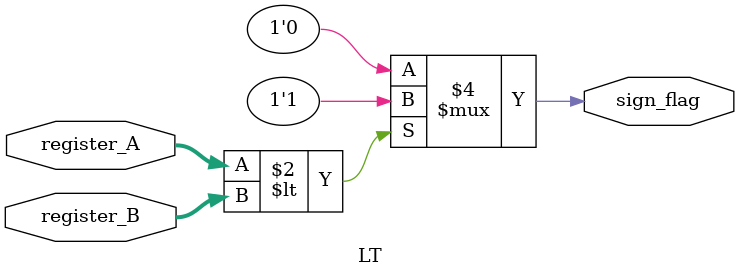
<source format=v>
module LT (
    input wire [19:0] register_A, // Input register A
    input wire [19:0] register_B, // Input register B
    output reg sign_flag          // Sign flag output
);

// LT operation
always @(*) begin
    if (register_A < register_B) begin
        sign_flag = 1; // Set sign flag to 1 if register A is less than register B
    end
    else begin
        sign_flag = 0; // Set sign flag to 0 otherwise
    end
end

endmodule

</source>
